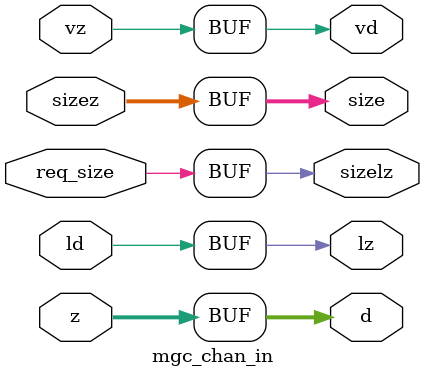
<source format=v>
module mgc_chan_in (ld, vd, d, lz, vz, z, size, req_size, sizez, sizelz);
  parameter integer rscid = 1;
  parameter integer width = 8;
  parameter integer sz_width = 8;
  input              ld;
  output             vd;
  output [width-1:0] d;
  output             lz;
  input              vz;
  input  [width-1:0] z;
  output [sz_width-1:0] size;
  input              req_size;
  input  [sz_width-1:0] sizez;
  output             sizelz;
  wire               vd;
  wire   [width-1:0] d;
  wire               lz;
  wire   [sz_width-1:0] size;
  wire               sizelz;
  assign d = z;
  assign lz = ld;
  assign vd = vz;
  assign size = sizez;
  assign sizelz = req_size;
endmodule
</source>
